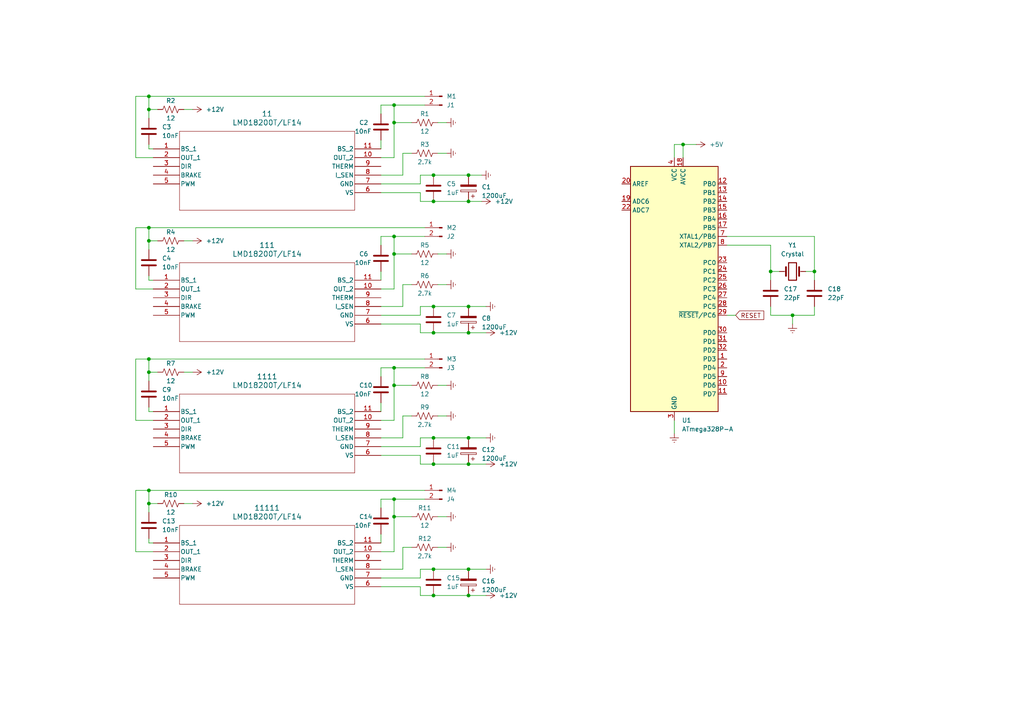
<source format=kicad_sch>
(kicad_sch (version 20230121) (generator eeschema)
  (paper "A4")
  (lib_symbols
    (symbol "2024-04-07_14-44-58:LMD18200T_LF14" (pin_names (offset 0.254))
      (property "Value" "LMD18200T/LF14" (at 33.02 7.62 0))
      (symbol "LMD18200T_LF14_0_1"
        (polyline (pts (xy 7.62 -17.78) (xy 58.42 -17.78)) (stroke (width 0.127)))
        (polyline (pts (xy 7.62 5.08) (xy 7.62 -17.78)) (stroke (width 0.127)))
        (polyline (pts (xy 58.42 -17.78) (xy 58.42 5.08)) (stroke (width 0.127)))
        (polyline (pts (xy 58.42 5.08) (xy 7.62 5.08)) (stroke (width 0.127)))
        (pin passive line (at 0 0 0) (length 7.62) (name "BS_1") (number "1"))
        (pin output line (at 66.04 -2.54 180) (length 7.62) (name "OUT_2") (number "10"))
        (pin passive line (at 66.04 0 180) (length 7.62) (name "BS_2") (number "11"))
        (pin output line (at 0 -2.54 0) (length 7.62) (name "OUT_1") (number "2"))
        (pin input line (at 0 -5.08 0) (length 7.62) (name "DIR") (number "3"))
        (pin input line (at 0 -7.62 0) (length 7.62) (name "BRAKE") (number "4"))
        (pin input line (at 0 -10.16 0) (length 7.62) (name "PWM") (number "5"))
        (pin power_in line (at 66.04 -12.7 180) (length 7.62) (name "VS") (number "6"))
        (pin power_in line (at 66.04 -10.16 180) (length 7.62) (name "GND") (number "7"))
        (pin output line (at 66.04 -7.62 180) (length 7.62) (name "I_SEN") (number "8"))
        (pin output line (at 66.04 -5.08 180) (length 7.62) (name "THERM") (number "9"))
      )
    )
    (symbol "Connector:Conn_01x02_Pin" (pin_names (offset 1.016) hide)
      (property "Reference" "J" (at 0 2.54 0))
      (property "Value" "Conn_01x02_Pin" (at 0 -5.08 0))
      (symbol "Conn_01x02_Pin_1_1"
        (polyline (pts (xy 1.27 -2.54) (xy 0.8636 -2.54)) (stroke (width 0.1524)))
        (polyline (pts (xy 1.27 0) (xy 0.8636 0)) (stroke (width 0.1524)))
        (rectangle (start 0.8636 -2.413) (end 0 -2.667) (stroke (width 0.1524)) (fill (type outline)))
        (rectangle (start 0.8636 0.127) (end 0 -0.127) (stroke (width 0.1524)) (fill (type outline)))
        (pin passive line (at 5.08 0 180) (length 3.81) (name "Pin_1") (number "1"))
        (pin passive line (at 5.08 -2.54 180) (length 3.81) (name "Pin_2") (number "2"))
      )
    )
    (symbol "Device:C" (pin_numbers hide) (pin_names (offset 0.254))
      (property "Reference" "C" (at 0.635 2.54 0))
      (property "Value" "C" (at 0.635 -2.54 0))
      (symbol "C_0_1"
        (polyline (pts (xy -2.032 -0.762) (xy 2.032 -0.762)) (stroke (width 0.508)))
        (polyline (pts (xy -2.032 0.762) (xy 2.032 0.762)) (stroke (width 0.508)))
      )
      (symbol "C_1_1"
        (pin passive line (at 0 3.81 270) (length 2.794) (name "~") (number "1"))
        (pin passive line (at 0 -3.81 90) (length 2.794) (name "~") (number "2"))
      )
    )
    (symbol "Device:C_Polarized" (pin_numbers hide) (pin_names (offset 0.254))
      (property "Reference" "C" (at 0.635 2.54 0))
      (property "Value" "C_Polarized" (at 0.635 -2.54 0))
      (symbol "C_Polarized_0_1"
        (rectangle (start -2.286 0.508) (end 2.286 1.016))
        (polyline (pts (xy -1.778 2.286) (xy -0.762 2.286)))
        (polyline (pts (xy -1.27 2.794) (xy -1.27 1.778)))
        (rectangle (start 2.286 -0.508) (end -2.286 -1.016) (fill (type outline)))
      )
      (symbol "C_Polarized_1_1"
        (pin passive line (at 0 3.81 270) (length 2.794) (name "~") (number "1"))
        (pin passive line (at 0 -3.81 90) (length 2.794) (name "~") (number "2"))
      )
    )
    (symbol "Device:Crystal" (pin_numbers hide) (pin_names (offset 1.016) hide)
      (property "Reference" "Y" (at 0 3.81 0))
      (property "Value" "Crystal" (at 0 -3.81 0))
      (symbol "Crystal_0_1"
        (rectangle (start -1.143 2.54) (end 1.143 -2.54) (stroke (width 0.3048)))
        (polyline (pts (xy -2.54 0) (xy -1.905 0)))
        (polyline (pts (xy -1.905 -1.27) (xy -1.905 1.27)) (stroke (width 0.508)))
        (polyline (pts (xy 1.905 -1.27) (xy 1.905 1.27)) (stroke (width 0.508)))
        (polyline (pts (xy 2.54 0) (xy 1.905 0)))
      )
      (symbol "Crystal_1_1"
        (pin passive line (at -3.81 0 0) (length 1.27) (name "1") (number "1"))
        (pin passive line (at 3.81 0 180) (length 1.27) (name "2") (number "2"))
      )
    )
    (symbol "Device:R_US" (pin_numbers hide) (pin_names (offset 0))
      (property "Reference" "R" (at 2.54 0 90))
      (property "Value" "R_US" (at -2.54 0 90))
      (symbol "R_US_0_1"
        (polyline (pts (xy 0 -2.286) (xy 0 -2.54)))
        (polyline (pts (xy 0 2.286) (xy 0 2.54)))
        (polyline (pts (xy 0 -0.762) (xy 1.016 -1.143) (xy 0 -1.524) (xy -1.016 -1.905) (xy 0 -2.286)))
        (polyline (pts (xy 0 0.762) (xy 1.016 0.381) (xy 0 0) (xy -1.016 -0.381) (xy 0 -0.762)))
        (polyline (pts (xy 0 2.286) (xy 1.016 1.905) (xy 0 1.524) (xy -1.016 1.143) (xy 0 0.762)))
      )
      (symbol "R_US_1_1"
        (pin passive line (at 0 3.81 270) (length 1.27) (name "~") (number "1"))
        (pin passive line (at 0 -3.81 90) (length 1.27) (name "~") (number "2"))
      )
    )
    (symbol "MCU_Microchip_ATmega:ATmega328P-A"
      (property "Reference" "U" (at -12.7 36.83 0))
      (property "Value" "ATmega328P-A" (at 2.54 -36.83 0))
      (symbol "ATmega328P-A_0_1"
        (rectangle (start -12.7 -35.56) (end 12.7 35.56) (stroke (width 0.254)) (fill (type background)))
      )
      (symbol "ATmega328P-A_1_1"
        (pin bidirectional line (at 15.24 -20.32 180) (length 2.54) (name "PD3") (number "1"))
        (pin bidirectional line (at 15.24 -27.94 180) (length 2.54) (name "PD6") (number "10"))
        (pin bidirectional line (at 15.24 -30.48 180) (length 2.54) (name "PD7") (number "11"))
        (pin bidirectional line (at 15.24 30.48 180) (length 2.54) (name "PB0") (number "12"))
        (pin bidirectional line (at 15.24 27.94 180) (length 2.54) (name "PB1") (number "13"))
        (pin bidirectional line (at 15.24 25.4 180) (length 2.54) (name "PB2") (number "14"))
        (pin bidirectional line (at 15.24 22.86 180) (length 2.54) (name "PB3") (number "15"))
        (pin bidirectional line (at 15.24 20.32 180) (length 2.54) (name "PB4") (number "16"))
        (pin bidirectional line (at 15.24 17.78 180) (length 2.54) (name "PB5") (number "17"))
        (pin power_in line (at 2.54 38.1 270) (length 2.54) (name "AVCC") (number "18"))
        (pin input line (at -15.24 25.4 0) (length 2.54) (name "ADC6") (number "19"))
        (pin bidirectional line (at 15.24 -22.86 180) (length 2.54) (name "PD4") (number "2"))
        (pin passive line (at -15.24 30.48 0) (length 2.54) (name "AREF") (number "20"))
        (pin passive line (at 0 -38.1 90) (length 2.54) hide (name "GND") (number "21"))
        (pin input line (at -15.24 22.86 0) (length 2.54) (name "ADC7") (number "22"))
        (pin bidirectional line (at 15.24 7.62 180) (length 2.54) (name "PC0") (number "23"))
        (pin bidirectional line (at 15.24 5.08 180) (length 2.54) (name "PC1") (number "24"))
        (pin bidirectional line (at 15.24 2.54 180) (length 2.54) (name "PC2") (number "25"))
        (pin bidirectional line (at 15.24 0 180) (length 2.54) (name "PC3") (number "26"))
        (pin bidirectional line (at 15.24 -2.54 180) (length 2.54) (name "PC4") (number "27"))
        (pin bidirectional line (at 15.24 -5.08 180) (length 2.54) (name "PC5") (number "28"))
        (pin bidirectional line (at 15.24 -7.62 180) (length 2.54) (name "~{RESET}/PC6") (number "29"))
        (pin power_in line (at 0 -38.1 90) (length 2.54) (name "GND") (number "3"))
        (pin bidirectional line (at 15.24 -12.7 180) (length 2.54) (name "PD0") (number "30"))
        (pin bidirectional line (at 15.24 -15.24 180) (length 2.54) (name "PD1") (number "31"))
        (pin bidirectional line (at 15.24 -17.78 180) (length 2.54) (name "PD2") (number "32"))
        (pin power_in line (at 0 38.1 270) (length 2.54) (name "VCC") (number "4"))
        (pin passive line (at 0 -38.1 90) (length 2.54) hide (name "GND") (number "5"))
        (pin passive line (at 0 38.1 270) (length 2.54) hide (name "VCC") (number "6"))
        (pin bidirectional line (at 15.24 15.24 180) (length 2.54) (name "XTAL1/PB6") (number "7"))
        (pin bidirectional line (at 15.24 12.7 180) (length 2.54) (name "XTAL2/PB7") (number "8"))
        (pin bidirectional line (at 15.24 -25.4 180) (length 2.54) (name "PD5") (number "9"))
      )
    )
    (symbol "power:+12V" (power) (pin_names (offset 0))
      (property "Value" "+12V" (at 0 3.556 0))
      (symbol "+12V_0_1"
        (polyline (pts (xy -0.762 1.27) (xy 0 2.54)))
        (polyline (pts (xy 0 0) (xy 0 2.54)))
        (polyline (pts (xy 0 2.54) (xy 0.762 1.27)))
      )
      (symbol "+12V_1_1"
        (pin power_in line (at 0 0 90) (length 0) hide (name "+12V") (number "1"))
      )
    )
    (symbol "power:+5V" (power) (pin_names (offset 0))
      (property "Value" "+5V" (at 0 3.556 0))
      (symbol "+5V_0_1"
        (polyline (pts (xy -0.762 1.27) (xy 0 2.54)))
        (polyline (pts (xy 0 0) (xy 0 2.54)))
        (polyline (pts (xy 0 2.54) (xy 0.762 1.27)))
      )
      (symbol "+5V_1_1"
        (pin power_in line (at 0 0 90) (length 0) hide (name "+5V") (number "1"))
      )
    )
    (symbol "power:Earth" (power) (pin_names (offset 0))
      (symbol "Earth_0_1"
        (polyline (pts (xy -0.635 -1.905) (xy 0.635 -1.905)))
        (polyline (pts (xy -0.127 -2.54) (xy 0.127 -2.54)))
        (polyline (pts (xy 0 -1.27) (xy 0 0)))
        (polyline (pts (xy 1.27 -1.27) (xy -1.27 -1.27)))
      )
      (symbol "Earth_1_1"
        (pin power_in line (at 0 0 270) (length 0) hide (name "Earth") (number "1"))
      )
    )
  )
  (junction (at 135.89 58.42))
  (junction (at 114.3 144.78))
  (junction (at 114.3 68.58))
  (junction (at 125.73 127))
  (junction (at 114.3 106.68))
  (junction (at 43.18 66.04))
  (junction (at 114.3 30.48))
  (junction (at 135.89 127))
  (junction (at 43.18 146.05))
  (junction (at 198.12 41.91))
  (junction (at 114.3 149.86))
  (junction (at 125.73 134.62))
  (junction (at 236.22 78.74))
  (junction (at 135.89 50.8))
  (junction (at 43.18 31.75))
  (junction (at 114.3 73.66))
  (junction (at 43.18 104.14))
  (junction (at 114.3 35.56))
  (junction (at 125.73 88.9))
  (junction (at 114.3 111.76))
  (junction (at 223.52 78.74))
  (junction (at 135.89 88.9))
  (junction (at 125.73 165.1))
  (junction (at 43.18 27.94))
  (junction (at 135.89 134.62))
  (junction (at 125.73 50.8))
  (junction (at 43.18 69.85))
  (junction (at 229.87 91.44))
  (junction (at 125.73 172.72))
  (junction (at 135.89 165.1))
  (junction (at 43.18 142.24))
  (junction (at 125.73 58.42))
  (junction (at 125.73 96.52))
  (junction (at 135.89 172.72))
  (junction (at 43.18 107.95))
  (junction (at 135.89 96.52))
  (wire (pts (xy 43.18 157.48) (xy 44.45 157.48)))
  (wire (pts (xy 125.73 50.8) (xy 135.89 50.8)))
  (wire (pts (xy 236.22 68.58) (xy 236.22 78.74)))
  (wire (pts (xy 127 149.86) (xy 129.54 149.86)))
  (wire (pts (xy 114.3 144.78) (xy 123.19 144.78)))
  (wire (pts (xy 223.52 71.12) (xy 223.52 78.74)))
  (wire (pts (xy 127 158.75) (xy 129.54 158.75)))
  (wire (pts (xy 43.18 69.85) (xy 43.18 72.39)))
  (wire (pts (xy 39.37 104.14) (xy 43.18 104.14)))
  (wire (pts (xy 110.49 106.68) (xy 114.3 106.68)))
  (wire (pts (xy 43.18 66.04) (xy 123.19 66.04)))
  (wire (pts (xy 121.92 167.64) (xy 121.92 165.1)))
  (wire (pts (xy 210.82 91.44) (xy 213.36 91.44)))
  (wire (pts (xy 114.3 68.58) (xy 123.19 68.58)))
  (wire (pts (xy 43.18 146.05) (xy 43.18 148.59)))
  (wire (pts (xy 127 35.56) (xy 129.54 35.56)))
  (wire (pts (xy 53.34 107.95) (xy 55.88 107.95)))
  (wire (pts (xy 43.18 31.75) (xy 43.18 27.94)))
  (wire (pts (xy 45.72 107.95) (xy 43.18 107.95)))
  (wire (pts (xy 121.92 129.54) (xy 121.92 127)))
  (wire (pts (xy 223.52 91.44) (xy 229.87 91.44)))
  (wire (pts (xy 39.37 160.02) (xy 39.37 142.24)))
  (wire (pts (xy 198.12 41.91) (xy 201.93 41.91)))
  (wire (pts (xy 110.49 55.88) (xy 121.92 55.88)))
  (wire (pts (xy 44.45 121.92) (xy 39.37 121.92)))
  (wire (pts (xy 39.37 45.72) (xy 39.37 27.94)))
  (wire (pts (xy 110.49 93.98) (xy 121.92 93.98)))
  (wire (pts (xy 233.68 78.74) (xy 236.22 78.74)))
  (wire (pts (xy 127 111.76) (xy 129.54 111.76)))
  (wire (pts (xy 114.3 30.48) (xy 123.19 30.48)))
  (wire (pts (xy 43.18 69.85) (xy 43.18 66.04)))
  (wire (pts (xy 121.92 88.9) (xy 125.73 88.9)))
  (wire (pts (xy 43.18 156.21) (xy 43.18 157.48)))
  (wire (pts (xy 135.89 134.62) (xy 140.97 134.62)))
  (wire (pts (xy 44.45 83.82) (xy 39.37 83.82)))
  (wire (pts (xy 116.84 120.65) (xy 119.38 120.65)))
  (wire (pts (xy 121.92 134.62) (xy 125.73 134.62)))
  (wire (pts (xy 195.58 121.92) (xy 195.58 125.73)))
  (wire (pts (xy 125.73 58.42) (xy 135.89 58.42)))
  (wire (pts (xy 223.52 88.9) (xy 223.52 91.44)))
  (wire (pts (xy 110.49 121.92) (xy 114.3 121.92)))
  (wire (pts (xy 43.18 43.18) (xy 44.45 43.18)))
  (wire (pts (xy 116.84 127) (xy 116.84 120.65)))
  (wire (pts (xy 116.84 158.75) (xy 119.38 158.75)))
  (wire (pts (xy 45.72 146.05) (xy 43.18 146.05)))
  (wire (pts (xy 114.3 35.56) (xy 114.3 30.48)))
  (wire (pts (xy 127 82.55) (xy 129.54 82.55)))
  (wire (pts (xy 135.89 96.52) (xy 140.97 96.52)))
  (wire (pts (xy 110.49 165.1) (xy 116.84 165.1)))
  (wire (pts (xy 121.92 58.42) (xy 125.73 58.42)))
  (wire (pts (xy 125.73 172.72) (xy 135.89 172.72)))
  (wire (pts (xy 116.84 82.55) (xy 119.38 82.55)))
  (wire (pts (xy 39.37 27.94) (xy 43.18 27.94)))
  (wire (pts (xy 198.12 41.91) (xy 198.12 45.72)))
  (wire (pts (xy 135.89 50.8) (xy 139.7 50.8)))
  (wire (pts (xy 135.89 58.42) (xy 139.7 58.42)))
  (wire (pts (xy 114.3 35.56) (xy 119.38 35.56)))
  (wire (pts (xy 110.49 144.78) (xy 114.3 144.78)))
  (wire (pts (xy 121.92 50.8) (xy 125.73 50.8)))
  (wire (pts (xy 43.18 118.11) (xy 43.18 119.38)))
  (wire (pts (xy 195.58 41.91) (xy 198.12 41.91)))
  (wire (pts (xy 110.49 50.8) (xy 116.84 50.8)))
  (wire (pts (xy 110.49 160.02) (xy 114.3 160.02)))
  (wire (pts (xy 110.49 33.02) (xy 110.49 30.48)))
  (wire (pts (xy 110.49 53.34) (xy 121.92 53.34)))
  (wire (pts (xy 110.49 129.54) (xy 121.92 129.54)))
  (wire (pts (xy 121.92 96.52) (xy 125.73 96.52)))
  (wire (pts (xy 110.49 88.9) (xy 116.84 88.9)))
  (wire (pts (xy 236.22 78.74) (xy 236.22 81.28)))
  (wire (pts (xy 110.49 30.48) (xy 114.3 30.48)))
  (wire (pts (xy 114.3 121.92) (xy 114.3 111.76)))
  (wire (pts (xy 127 44.45) (xy 129.54 44.45)))
  (wire (pts (xy 44.45 160.02) (xy 39.37 160.02)))
  (wire (pts (xy 110.49 147.32) (xy 110.49 144.78)))
  (wire (pts (xy 110.49 91.44) (xy 121.92 91.44)))
  (wire (pts (xy 39.37 66.04) (xy 43.18 66.04)))
  (wire (pts (xy 114.3 73.66) (xy 114.3 68.58)))
  (wire (pts (xy 110.49 71.12) (xy 110.49 68.58)))
  (wire (pts (xy 43.18 27.94) (xy 123.19 27.94)))
  (wire (pts (xy 110.49 167.64) (xy 121.92 167.64)))
  (wire (pts (xy 121.92 170.18) (xy 121.92 172.72)))
  (wire (pts (xy 110.49 45.72) (xy 114.3 45.72)))
  (wire (pts (xy 110.49 157.48) (xy 110.49 154.94)))
  (wire (pts (xy 43.18 107.95) (xy 43.18 110.49)))
  (wire (pts (xy 236.22 91.44) (xy 229.87 91.44)))
  (wire (pts (xy 223.52 78.74) (xy 226.06 78.74)))
  (wire (pts (xy 110.49 83.82) (xy 114.3 83.82)))
  (wire (pts (xy 121.92 165.1) (xy 125.73 165.1)))
  (wire (pts (xy 110.49 81.28) (xy 110.49 78.74)))
  (wire (pts (xy 195.58 45.72) (xy 195.58 41.91)))
  (wire (pts (xy 121.92 127) (xy 125.73 127)))
  (wire (pts (xy 114.3 83.82) (xy 114.3 73.66)))
  (wire (pts (xy 116.84 165.1) (xy 116.84 158.75)))
  (wire (pts (xy 114.3 111.76) (xy 119.38 111.76)))
  (wire (pts (xy 110.49 43.18) (xy 110.49 40.64)))
  (wire (pts (xy 121.92 132.08) (xy 121.92 134.62)))
  (wire (pts (xy 39.37 142.24) (xy 43.18 142.24)))
  (wire (pts (xy 53.34 31.75) (xy 55.88 31.75)))
  (wire (pts (xy 121.92 91.44) (xy 121.92 88.9)))
  (wire (pts (xy 223.52 81.28) (xy 223.52 78.74)))
  (wire (pts (xy 236.22 88.9) (xy 236.22 91.44)))
  (wire (pts (xy 116.84 50.8) (xy 116.84 44.45)))
  (wire (pts (xy 45.72 69.85) (xy 43.18 69.85)))
  (wire (pts (xy 45.72 31.75) (xy 43.18 31.75)))
  (wire (pts (xy 116.84 88.9) (xy 116.84 82.55)))
  (wire (pts (xy 135.89 172.72) (xy 140.97 172.72)))
  (wire (pts (xy 114.3 111.76) (xy 114.3 106.68)))
  (wire (pts (xy 210.82 71.12) (xy 223.52 71.12)))
  (wire (pts (xy 39.37 121.92) (xy 39.37 104.14)))
  (wire (pts (xy 229.87 91.44) (xy 229.87 93.98)))
  (wire (pts (xy 114.3 149.86) (xy 119.38 149.86)))
  (wire (pts (xy 210.82 68.58) (xy 236.22 68.58)))
  (wire (pts (xy 53.34 146.05) (xy 55.88 146.05)))
  (wire (pts (xy 135.89 127) (xy 140.97 127)))
  (wire (pts (xy 121.92 55.88) (xy 121.92 58.42)))
  (wire (pts (xy 43.18 80.01) (xy 43.18 81.28)))
  (wire (pts (xy 110.49 119.38) (xy 110.49 116.84)))
  (wire (pts (xy 121.92 93.98) (xy 121.92 96.52)))
  (wire (pts (xy 110.49 109.22) (xy 110.49 106.68)))
  (wire (pts (xy 114.3 160.02) (xy 114.3 149.86)))
  (wire (pts (xy 110.49 68.58) (xy 114.3 68.58)))
  (wire (pts (xy 127 73.66) (xy 129.54 73.66)))
  (wire (pts (xy 44.45 45.72) (xy 39.37 45.72)))
  (wire (pts (xy 43.18 107.95) (xy 43.18 104.14)))
  (wire (pts (xy 116.84 44.45) (xy 119.38 44.45)))
  (wire (pts (xy 43.18 146.05) (xy 43.18 142.24)))
  (wire (pts (xy 43.18 119.38) (xy 44.45 119.38)))
  (wire (pts (xy 121.92 53.34) (xy 121.92 50.8)))
  (wire (pts (xy 114.3 149.86) (xy 114.3 144.78)))
  (wire (pts (xy 39.37 83.82) (xy 39.37 66.04)))
  (wire (pts (xy 43.18 104.14) (xy 123.19 104.14)))
  (wire (pts (xy 135.89 165.1) (xy 140.97 165.1)))
  (wire (pts (xy 114.3 45.72) (xy 114.3 35.56)))
  (wire (pts (xy 125.73 165.1) (xy 135.89 165.1)))
  (wire (pts (xy 135.89 88.9) (xy 140.97 88.9)))
  (wire (pts (xy 43.18 31.75) (xy 43.18 34.29)))
  (wire (pts (xy 127 120.65) (xy 129.54 120.65)))
  (wire (pts (xy 125.73 134.62) (xy 135.89 134.62)))
  (wire (pts (xy 125.73 88.9) (xy 135.89 88.9)))
  (wire (pts (xy 125.73 96.52) (xy 135.89 96.52)))
  (wire (pts (xy 43.18 41.91) (xy 43.18 43.18)))
  (wire (pts (xy 110.49 170.18) (xy 121.92 170.18)))
  (wire (pts (xy 125.73 127) (xy 135.89 127)))
  (wire (pts (xy 114.3 73.66) (xy 119.38 73.66)))
  (wire (pts (xy 110.49 127) (xy 116.84 127)))
  (wire (pts (xy 53.34 69.85) (xy 55.88 69.85)))
  (wire (pts (xy 114.3 106.68) (xy 123.19 106.68)))
  (wire (pts (xy 43.18 81.28) (xy 44.45 81.28)))
  (wire (pts (xy 121.92 172.72) (xy 125.73 172.72)))
  (wire (pts (xy 110.49 132.08) (xy 121.92 132.08)))
  (wire (pts (xy 43.18 142.24) (xy 123.19 142.24)))
  (global_label "RESET" (shape input) (at 213.36 91.44 0) (property "Intersheetrefs" "${INTERSHEET_REFS}" (effects hide)))
  (symbol (lib_id "Device:Crystal") (at 229.87 78.74 180) (unit 1)
    (property "Reference" "Y1" (at 229.87 71.12 0))
    (property "Value" "Crystal" (at 229.87 73.66 0))
    (property "Footprint" "Crystal:Crystal_SMD_5032-2Pin_5.0x3.2mm_HandSoldering" (effects hide))
  )
  (symbol (lib_id "Device:C_Polarized") (at 135.89 130.81 180) (unit 1)
    (property "Reference" "C12" (at 139.7 130.429 0) (effects (justify right)))
    (property "Value" "1200uF" (at 139.7 132.969 0) (effects (justify right)))
    (property "Footprint" "Capacitor_THT:CP_Radial_D10.0mm_P5.00mm" (effects hide))
  )
  (symbol (lib_id "Device:C") (at 110.49 36.83 0) (unit 1)
    (property "Reference" "C2" (at 104.14 35.56 0) (effects (justify left)))
    (property "Value" "10nF" (at 102.87 38.1 0) (effects (justify left)))
    (property "Footprint" "Capacitor_SMD:C_0805_2012Metric" (effects hide))
  )
  (symbol (lib_id "power:Earth") (at 195.58 125.73 0) (unit 1)
    (property "Reference" "#PWR023" (effects hide))
    (property "Value" "Earth" (effects hide))
  )
  (symbol (lib_id "power:+12V") (at 55.88 146.05 270) (unit 1)
    (property "Reference" "#PWR016" (effects hide))
    (property "Value" "+12V" (at 59.69 146.05 90) (effects (justify left)))
  )
  (symbol (lib_id "Device:R_US") (at 49.53 107.95 270) (unit 1)
    (property "Reference" "R7" (at 49.53 105.41 90))
    (property "Value" "12" (at 49.53 110.49 90))
    (property "Footprint" "Resistor_SMD:R_0805_2012Metric" (effects hide))
  )
  (symbol (lib_id "power:+12V") (at 140.97 96.52 270) (unit 1)
    (property "Reference" "#PWR010" (effects hide))
    (property "Value" "+12V" (at 144.78 96.52 90) (effects (justify left)))
  )
  (symbol (lib_id "Device:C") (at 110.49 113.03 0) (unit 1)
    (property "Reference" "C10" (at 104.14 111.76 0) (effects (justify left)))
    (property "Value" "10nF" (at 102.87 114.3 0) (effects (justify left)))
    (property "Footprint" "Capacitor_SMD:C_0805_2012Metric" (effects hide))
  )
  (symbol (lib_id "Device:R_US") (at 123.19 158.75 270) (unit 1)
    (property "Reference" "R12" (at 123.19 156.21 90))
    (property "Value" "2.7k" (at 123.19 161.29 90))
    (property "Footprint" "Resistor_SMD:R_0805_2012Metric" (effects hide))
  )
  (symbol (lib_id "Device:C") (at 110.49 74.93 0) (unit 1)
    (property "Reference" "C6" (at 104.14 73.66 0) (effects (justify left)))
    (property "Value" "10nF" (at 102.87 76.2 0) (effects (justify left)))
    (property "Footprint" "Capacitor_SMD:C_0805_2012Metric" (effects hide))
  )
  (symbol (lib_id "Device:C") (at 236.22 85.09 0) (unit 1)
    (property "Reference" "C18" (at 240.03 83.82 0) (effects (justify left)))
    (property "Value" "22pF" (at 240.03 86.36 0) (effects (justify left)))
    (property "Footprint" "Capacitor_SMD:C_0805_2012Metric" (effects hide))
  )
  (symbol (lib_id "Device:R_US") (at 123.19 35.56 270) (unit 1)
    (property "Reference" "R1" (at 123.19 33.02 90))
    (property "Value" "12" (at 123.19 38.1 90))
    (property "Footprint" "Resistor_SMD:R_0805_2012Metric" (effects hide))
  )
  (symbol (lib_id "power:Earth") (at 129.54 158.75 90) (unit 1)
    (property "Reference" "#PWR018" (effects hide))
    (property "Value" "Earth" (effects hide))
  )
  (symbol (lib_id "2024-04-07_14-44-58:LMD18200T_LF14") (at 44.45 43.18 0) (unit 1)
    (property "Reference" "11" (at 77.47 33.02 0) (effects (font (size 1.524 1.524))))
    (property "Value" "LMD18200T/LF14" (at 77.47 35.56 0) (effects (font (size 1.524 1.524))))
    (property "Footprint" "footprints:TA11B" (effects hide))
    (property "Datasheet" "LMD18200T/LF14" (effects hide))
  )
  (symbol (lib_id "power:Earth") (at 129.54 73.66 90) (unit 1)
    (property "Reference" "#PWR07" (effects hide))
    (property "Value" "Earth" (effects hide))
  )
  (symbol (lib_id "Connector:Conn_01x02_Pin") (at 128.27 66.04 0) (mirror y) (unit 1)
    (property "Reference" "J2" (at 129.54 68.58 0) (effects (justify right)))
    (property "Value" "M2" (at 129.54 66.04 0) (effects (justify right)))
    (property "Footprint" "Connector_Molex:Molex_KK-254_AE-6410-02A_1x02_P2.54mm_Vertical" (effects hide))
  )
  (symbol (lib_id "Device:C") (at 125.73 130.81 0) (unit 1)
    (property "Reference" "C11" (at 129.54 129.54 0) (effects (justify left)))
    (property "Value" "1uF" (at 129.54 132.08 0) (effects (justify left)))
    (property "Footprint" "Capacitor_SMD:C_0805_2012Metric" (effects hide))
  )
  (symbol (lib_id "power:+5V") (at 201.93 41.91 270) (unit 1)
    (property "Reference" "#PWR022" (effects hide))
    (property "Value" "+5V" (at 205.74 41.91 90) (effects (justify left)))
  )
  (symbol (lib_id "power:+12V") (at 55.88 31.75 270) (unit 1)
    (property "Reference" "#PWR03" (effects hide))
    (property "Value" "+12V" (at 59.69 31.75 90) (effects (justify left)))
  )
  (symbol (lib_id "power:+12V") (at 140.97 134.62 270) (unit 1)
    (property "Reference" "#PWR015" (effects hide))
    (property "Value" "+12V" (at 144.78 134.62 90) (effects (justify left)))
  )
  (symbol (lib_id "Device:C_Polarized") (at 135.89 54.61 180) (unit 1)
    (property "Reference" "C1" (at 139.7 54.229 0) (effects (justify right)))
    (property "Value" "1200uF" (at 139.7 56.769 0) (effects (justify right)))
    (property "Footprint" "Capacitor_THT:CP_Radial_D10.0mm_P5.00mm" (effects hide))
  )
  (symbol (lib_id "Device:R_US") (at 49.53 31.75 270) (unit 1)
    (property "Reference" "R2" (at 49.53 29.21 90))
    (property "Value" "12" (at 49.53 34.29 90))
    (property "Footprint" "Resistor_SMD:R_0805_2012Metric" (effects hide))
  )
  (symbol (lib_id "power:+12V") (at 139.7 58.42 270) (unit 1)
    (property "Reference" "#PWR01" (effects hide))
    (property "Value" "+12V" (at 143.51 58.42 90) (effects (justify left)))
  )
  (symbol (lib_id "Device:R_US") (at 123.19 149.86 270) (unit 1)
    (property "Reference" "R11" (at 123.19 147.32 90))
    (property "Value" "12" (at 123.19 152.4 90))
    (property "Footprint" "Resistor_SMD:R_0805_2012Metric" (effects hide))
  )
  (symbol (lib_id "Device:C") (at 43.18 114.3 0) (unit 1)
    (property "Reference" "C9" (at 46.99 113.03 0) (effects (justify left)))
    (property "Value" "10nF" (at 46.99 115.57 0) (effects (justify left)))
    (property "Footprint" "Capacitor_SMD:C_0805_2012Metric" (effects hide))
  )
  (symbol (lib_id "Device:R_US") (at 123.19 82.55 270) (unit 1)
    (property "Reference" "R6" (at 123.19 80.01 90))
    (property "Value" "2.7k" (at 123.19 85.09 90))
    (property "Footprint" "Resistor_SMD:R_0805_2012Metric" (effects hide))
  )
  (symbol (lib_id "power:Earth") (at 139.7 50.8 90) (unit 1)
    (property "Reference" "#PWR02" (effects hide))
    (property "Value" "Earth" (effects hide))
  )
  (symbol (lib_id "Device:C") (at 125.73 168.91 0) (unit 1)
    (property "Reference" "C15" (at 129.54 167.64 0) (effects (justify left)))
    (property "Value" "1uF" (at 129.54 170.18 0) (effects (justify left)))
    (property "Footprint" "Capacitor_SMD:C_0805_2012Metric" (effects hide))
  )
  (symbol (lib_id "Device:C") (at 223.52 85.09 0) (unit 1)
    (property "Reference" "C17" (at 227.33 83.82 0) (effects (justify left)))
    (property "Value" "22pF" (at 227.33 86.36 0) (effects (justify left)))
    (property "Footprint" "Capacitor_SMD:C_0805_2012Metric" (effects hide))
  )
  (symbol (lib_id "Device:C") (at 125.73 92.71 0) (unit 1)
    (property "Reference" "C7" (at 129.54 91.44 0) (effects (justify left)))
    (property "Value" "1uF" (at 129.54 93.98 0) (effects (justify left)))
    (property "Footprint" "Capacitor_SMD:C_0805_2012Metric" (effects hide))
  )
  (symbol (lib_id "2024-04-07_14-44-58:LMD18200T_LF14") (at 44.45 81.28 0) (unit 1)
    (property "Reference" "111" (at 77.47 71.12 0) (effects (font (size 1.524 1.524))))
    (property "Value" "LMD18200T/LF14" (at 77.47 73.66 0) (effects (font (size 1.524 1.524))))
    (property "Footprint" "footprints:TA11B" (effects hide))
    (property "Datasheet" "LMD18200T/LF14" (effects hide))
  )
  (symbol (lib_id "Connector:Conn_01x02_Pin") (at 128.27 27.94 0) (mirror y) (unit 1)
    (property "Reference" "J1" (at 129.54 30.48 0) (effects (justify right)))
    (property "Value" "M1" (at 129.54 27.94 0) (effects (justify right)))
    (property "Footprint" "Connector_Molex:Molex_KK-254_AE-6410-02A_1x02_P2.54mm_Vertical" (effects hide))
  )
  (symbol (lib_id "2024-04-07_14-44-58:LMD18200T_LF14") (at 44.45 119.38 0) (unit 1)
    (property "Reference" "1111" (at 77.47 109.22 0) (effects (font (size 1.524 1.524))))
    (property "Value" "LMD18200T/LF14" (at 77.47 111.76 0) (effects (font (size 1.524 1.524))))
    (property "Footprint" "footprints:TA11B" (effects hide))
    (property "Datasheet" "LMD18200T/LF14" (effects hide))
  )
  (symbol (lib_id "2024-04-07_14-44-58:LMD18200T_LF14") (at 44.45 157.48 0) (unit 1)
    (property "Reference" "11111" (at 77.47 147.32 0) (effects (font (size 1.524 1.524))))
    (property "Value" "LMD18200T/LF14" (at 77.47 149.86 0) (effects (font (size 1.524 1.524))))
    (property "Footprint" "footprints:TA11B" (effects hide))
    (property "Datasheet" "LMD18200T/LF14" (effects hide))
  )
  (symbol (lib_id "Device:R_US") (at 123.19 44.45 270) (unit 1)
    (property "Reference" "R3" (at 123.19 41.91 90))
    (property "Value" "2.7k" (at 123.19 46.99 90))
    (property "Footprint" "Resistor_SMD:R_0805_2012Metric" (effects hide))
  )
  (symbol (lib_id "Device:R_US") (at 49.53 146.05 270) (unit 1)
    (property "Reference" "R10" (at 49.53 143.51 90))
    (property "Value" "12" (at 49.53 148.59 90))
    (property "Footprint" "Resistor_SMD:R_0805_2012Metric" (effects hide))
  )
  (symbol (lib_id "Connector:Conn_01x02_Pin") (at 128.27 142.24 0) (mirror y) (unit 1)
    (property "Reference" "J4" (at 129.54 144.78 0) (effects (justify right)))
    (property "Value" "M4" (at 129.54 142.24 0) (effects (justify right)))
    (property "Footprint" "Connector_Molex:Molex_KK-254_AE-6410-02A_1x02_P2.54mm_Vertical" (effects hide))
  )
  (symbol (lib_id "Device:R_US") (at 49.53 69.85 270) (unit 1)
    (property "Reference" "R4" (at 49.53 67.31 90))
    (property "Value" "12" (at 49.53 72.39 90))
    (property "Footprint" "Resistor_SMD:R_0805_2012Metric" (effects hide))
  )
  (symbol (lib_id "Device:C") (at 43.18 76.2 0) (unit 1)
    (property "Reference" "C4" (at 46.99 74.93 0) (effects (justify left)))
    (property "Value" "10nF" (at 46.99 77.47 0) (effects (justify left)))
    (property "Footprint" "Capacitor_SMD:C_0805_2012Metric" (effects hide))
  )
  (symbol (lib_id "power:Earth") (at 140.97 88.9 90) (unit 1)
    (property "Reference" "#PWR09" (effects hide))
    (property "Value" "Earth" (effects hide))
  )
  (symbol (lib_id "power:Earth") (at 129.54 149.86 90) (unit 1)
    (property "Reference" "#PWR017" (effects hide))
    (property "Value" "Earth" (effects hide))
  )
  (symbol (lib_id "MCU_Microchip_ATmega:ATmega328P-A") (at 195.58 83.82 0) (unit 1)
    (property "Reference" "U1" (at 197.7741 121.92 0) (effects (justify left)))
    (property "Value" "ATmega328P-A" (at 197.7741 124.46 0) (effects (justify left)))
    (property "Footprint" "Package_QFP:TQFP-32_7x7mm_P0.8mm" (effects hide))
    (property "Datasheet" "http://ww1.microchip.com/downloads/en/DeviceDoc/ATmega328_P%20AVR%20MCU%20with%20picoPower%20Technology%20Data%20Sheet%2040001984A.pdf" (effects hide))
  )
  (symbol (lib_id "power:Earth") (at 129.54 35.56 90) (unit 1)
    (property "Reference" "#PWR04" (effects hide))
    (property "Value" "Earth" (effects hide))
  )
  (symbol (lib_id "power:+12V") (at 140.97 172.72 270) (unit 1)
    (property "Reference" "#PWR020" (effects hide))
    (property "Value" "+12V" (at 144.78 172.72 90) (effects (justify left)))
  )
  (symbol (lib_id "power:Earth") (at 129.54 111.76 90) (unit 1)
    (property "Reference" "#PWR012" (effects hide))
    (property "Value" "Earth" (effects hide))
  )
  (symbol (lib_id "Device:C_Polarized") (at 135.89 92.71 180) (unit 1)
    (property "Reference" "C8" (at 139.7 92.329 0) (effects (justify right)))
    (property "Value" "1200uF" (at 139.7 94.869 0) (effects (justify right)))
    (property "Footprint" "Capacitor_THT:CP_Radial_D10.0mm_P5.00mm" (effects hide))
  )
  (symbol (lib_id "Device:C_Polarized") (at 135.89 168.91 180) (unit 1)
    (property "Reference" "C16" (at 139.7 168.529 0) (effects (justify right)))
    (property "Value" "1200uF" (at 139.7 171.069 0) (effects (justify right)))
    (property "Footprint" "Capacitor_THT:CP_Radial_D10.0mm_P5.00mm" (effects hide))
  )
  (symbol (lib_id "Device:C") (at 110.49 151.13 0) (unit 1)
    (property "Reference" "C14" (at 104.14 149.86 0) (effects (justify left)))
    (property "Value" "10nF" (at 102.87 152.4 0) (effects (justify left)))
    (property "Footprint" "Capacitor_SMD:C_0805_2012Metric" (effects hide))
  )
  (symbol (lib_id "Connector:Conn_01x02_Pin") (at 128.27 104.14 0) (mirror y) (unit 1)
    (property "Reference" "J3" (at 129.54 106.68 0) (effects (justify right)))
    (property "Value" "M3" (at 129.54 104.14 0) (effects (justify right)))
    (property "Footprint" "Connector_Molex:Molex_KK-254_AE-6410-02A_1x02_P2.54mm_Vertical" (effects hide))
  )
  (symbol (lib_id "power:Earth") (at 129.54 120.65 90) (unit 1)
    (property "Reference" "#PWR013" (effects hide))
    (property "Value" "Earth" (effects hide))
  )
  (symbol (lib_id "power:Earth") (at 140.97 127 90) (unit 1)
    (property "Reference" "#PWR014" (effects hide))
    (property "Value" "Earth" (effects hide))
  )
  (symbol (lib_id "power:Earth") (at 140.97 165.1 90) (unit 1)
    (property "Reference" "#PWR019" (effects hide))
    (property "Value" "Earth" (effects hide))
  )
  (symbol (lib_id "power:Earth") (at 129.54 82.55 90) (unit 1)
    (property "Reference" "#PWR08" (effects hide))
    (property "Value" "Earth" (effects hide))
  )
  (symbol (lib_id "Device:R_US") (at 123.19 73.66 270) (unit 1)
    (property "Reference" "R5" (at 123.19 71.12 90))
    (property "Value" "12" (at 123.19 76.2 90))
    (property "Footprint" "Resistor_SMD:R_0805_2012Metric" (effects hide))
  )
  (symbol (lib_id "power:Earth") (at 229.87 93.98 0) (unit 1)
    (property "Reference" "#PWR021" (effects hide))
    (property "Value" "Earth" (effects hide))
  )
  (symbol (lib_id "power:Earth") (at 129.54 44.45 90) (unit 1)
    (property "Reference" "#PWR05" (effects hide))
    (property "Value" "Earth" (effects hide))
  )
  (symbol (lib_id "Device:R_US") (at 123.19 111.76 270) (unit 1)
    (property "Reference" "R8" (at 123.19 109.22 90))
    (property "Value" "12" (at 123.19 114.3 90))
    (property "Footprint" "Resistor_SMD:R_0805_2012Metric" (effects hide))
  )
  (symbol (lib_id "Device:C") (at 43.18 38.1 0) (unit 1)
    (property "Reference" "C3" (at 46.99 36.83 0) (effects (justify left)))
    (property "Value" "10nF" (at 46.99 39.37 0) (effects (justify left)))
    (property "Footprint" "Capacitor_SMD:C_0805_2012Metric" (effects hide))
  )
  (symbol (lib_id "Device:R_US") (at 123.19 120.65 270) (unit 1)
    (property "Reference" "R9" (at 123.19 118.11 90))
    (property "Value" "2.7k" (at 123.19 123.19 90))
    (property "Footprint" "Resistor_SMD:R_0805_2012Metric" (effects hide))
  )
  (symbol (lib_id "power:+12V") (at 55.88 107.95 270) (unit 1)
    (property "Reference" "#PWR011" (effects hide))
    (property "Value" "+12V" (at 59.69 107.95 90) (effects (justify left)))
  )
  (symbol (lib_id "power:+12V") (at 55.88 69.85 270) (unit 1)
    (property "Reference" "#PWR06" (effects hide))
    (property "Value" "+12V" (at 59.69 69.85 90) (effects (justify left)))
  )
  (symbol (lib_id "Device:C") (at 43.18 152.4 0) (unit 1)
    (property "Reference" "C13" (at 46.99 151.13 0) (effects (justify left)))
    (property "Value" "10nF" (at 46.99 153.67 0) (effects (justify left)))
    (property "Footprint" "Capacitor_SMD:C_0805_2012Metric" (effects hide))
  )
  (symbol (lib_id "Device:C") (at 125.73 54.61 0) (unit 1)
    (property "Reference" "C5" (at 129.54 53.34 0) (effects (justify left)))
    (property "Value" "1uF" (at 129.54 55.88 0) (effects (justify left)))
    (property "Footprint" "Capacitor_SMD:C_0805_2012Metric" (effects hide))
  )
)
</source>
